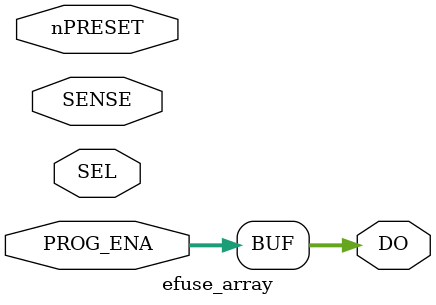
<source format=v>
/* Generated by Yosys 0.22 (git sha1 f109fa3d4, gcc 8.3.0-6 -fPIC -Os) */

(* top =  1  *)
module efuse_array(nPRESET, SENSE, PROG_ENA, SEL, DO);
  output [7:0] DO;
  wire [7:0] DO;
  input [7:0] PROG_ENA;
  wire [7:0] PROG_ENA;
  input [127:0] SEL;
  wire [127:0] SEL;
  input SENSE;
  wire SENSE;
  input nPRESET;
  wire nPRESET;
  assign DO = PROG_ENA;
endmodule

</source>
